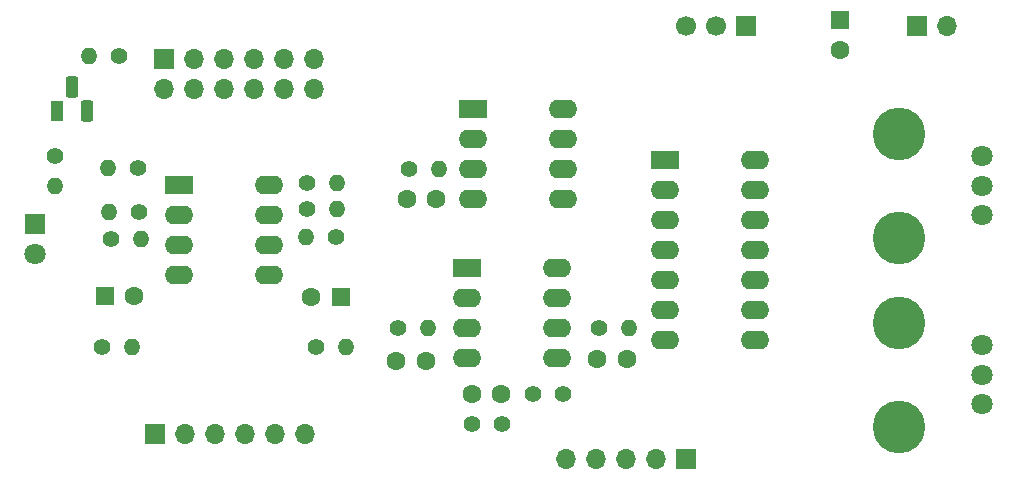
<source format=gts>
%TF.GenerationSoftware,KiCad,Pcbnew,9.0.3*%
%TF.CreationDate,2025-07-27T11:41:57+09:00*%
%TF.ProjectId,LFOSeparate,4c464f53-6570-4617-9261-74652e6b6963,rev?*%
%TF.SameCoordinates,Original*%
%TF.FileFunction,Soldermask,Top*%
%TF.FilePolarity,Negative*%
%FSLAX46Y46*%
G04 Gerber Fmt 4.6, Leading zero omitted, Abs format (unit mm)*
G04 Created by KiCad (PCBNEW 9.0.3) date 2025-07-27 11:41:57*
%MOMM*%
%LPD*%
G01*
G04 APERTURE LIST*
G04 Aperture macros list*
%AMRoundRect*
0 Rectangle with rounded corners*
0 $1 Rounding radius*
0 $2 $3 $4 $5 $6 $7 $8 $9 X,Y pos of 4 corners*
0 Add a 4 corners polygon primitive as box body*
4,1,4,$2,$3,$4,$5,$6,$7,$8,$9,$2,$3,0*
0 Add four circle primitives for the rounded corners*
1,1,$1+$1,$2,$3*
1,1,$1+$1,$4,$5*
1,1,$1+$1,$6,$7*
1,1,$1+$1,$8,$9*
0 Add four rect primitives between the rounded corners*
20,1,$1+$1,$2,$3,$4,$5,0*
20,1,$1+$1,$4,$5,$6,$7,0*
20,1,$1+$1,$6,$7,$8,$9,0*
20,1,$1+$1,$8,$9,$2,$3,0*%
G04 Aperture macros list end*
%ADD10C,1.600000*%
%ADD11R,1.600000X1.600000*%
%ADD12C,1.400000*%
%ADD13O,1.400000X1.400000*%
%ADD14R,1.700000X1.700000*%
%ADD15C,1.700000*%
%ADD16O,1.700000X1.700000*%
%ADD17R,2.400000X1.600000*%
%ADD18O,2.400000X1.600000*%
%ADD19R,1.800000X1.800000*%
%ADD20C,1.800000*%
%ADD21C,4.455000*%
%ADD22R,1.100000X1.800000*%
%ADD23RoundRect,0.275000X-0.275000X-0.625000X0.275000X-0.625000X0.275000X0.625000X-0.275000X0.625000X0*%
G04 APERTURE END LIST*
D10*
%TO.C,C3*%
X123917000Y-66304000D03*
X121417000Y-66304000D03*
%TD*%
D11*
%TO.C,C9*%
X116688000Y-60950000D03*
D10*
X114188000Y-60950000D03*
%TD*%
D12*
%TO.C,R5*%
X97220000Y-55997000D03*
D13*
X99760000Y-55997000D03*
%TD*%
D14*
%TO.C,J3*%
X151015000Y-37975000D03*
D15*
X148475000Y-37975000D03*
X145935000Y-37975000D03*
%TD*%
D14*
%TO.C,J5*%
X100965000Y-72517000D03*
D16*
X103505000Y-72517000D03*
X106045000Y-72517000D03*
X108585000Y-72517000D03*
X111125000Y-72517000D03*
X113665000Y-72517000D03*
%TD*%
D17*
%TO.C,IC3*%
X127874000Y-44968000D03*
D18*
X127874000Y-47508000D03*
X127874000Y-50048000D03*
X127874000Y-52588000D03*
X135494000Y-52588000D03*
X135494000Y-50048000D03*
X135494000Y-47508000D03*
X135494000Y-44968000D03*
%TD*%
D12*
%TO.C,R2*%
X138542000Y-63510000D03*
D13*
X141082000Y-63510000D03*
%TD*%
D19*
%TO.C,D2*%
X90800000Y-54760000D03*
D20*
X90800000Y-57300000D03*
%TD*%
D12*
%TO.C,R12*%
X97900000Y-40500000D03*
D13*
X95360000Y-40500000D03*
%TD*%
D12*
%TO.C,R11*%
X113857000Y-53500000D03*
D13*
X116397000Y-53500000D03*
%TD*%
D11*
%TO.C,C8*%
X96702000Y-60833000D03*
D10*
X99202000Y-60833000D03*
%TD*%
D12*
%TO.C,R1*%
X121524000Y-63510000D03*
D13*
X124064000Y-63510000D03*
%TD*%
D12*
%TO.C,R13*%
X92500000Y-49000000D03*
D13*
X92500000Y-51540000D03*
%TD*%
D12*
%TO.C,R6*%
X99660000Y-53711000D03*
D13*
X97120000Y-53711000D03*
%TD*%
D20*
%TO.C,VR1*%
X171000000Y-70000000D03*
X171000000Y-67500000D03*
X171000000Y-65000000D03*
D21*
X164000000Y-71900000D03*
X164000000Y-63100000D03*
%TD*%
D14*
%TO.C,J1*%
X145923000Y-74676000D03*
D16*
X143383000Y-74676000D03*
X140843000Y-74676000D03*
X138303000Y-74676000D03*
X135763000Y-74676000D03*
%TD*%
D17*
%TO.C,IC2*%
X127366000Y-58430000D03*
D18*
X127366000Y-60970000D03*
X127366000Y-63510000D03*
X127366000Y-66050000D03*
X134986000Y-66050000D03*
X134986000Y-63510000D03*
X134986000Y-60970000D03*
X134986000Y-58430000D03*
%TD*%
D22*
%TO.C,Q1*%
X92660000Y-45200000D03*
D23*
X93930000Y-43130000D03*
X95200000Y-45200000D03*
%TD*%
D12*
%TO.C,R9*%
X114619000Y-65141000D03*
D13*
X117159000Y-65141000D03*
%TD*%
D12*
%TO.C,R7*%
X99540000Y-50000000D03*
D13*
X97000000Y-50000000D03*
%TD*%
D12*
%TO.C,R14*%
X132980000Y-69100000D03*
X135520000Y-69100000D03*
%TD*%
%TO.C,R8*%
X113857000Y-51298000D03*
D13*
X116397000Y-51298000D03*
%TD*%
D17*
%TO.C,IC1*%
X144130000Y-49286000D03*
D18*
X144130000Y-51826000D03*
X144130000Y-54366000D03*
X144130000Y-56906000D03*
X144130000Y-59446000D03*
X144130000Y-61986000D03*
X144130000Y-64526000D03*
X151750000Y-64526000D03*
X151750000Y-61986000D03*
X151750000Y-59446000D03*
X151750000Y-56906000D03*
X151750000Y-54366000D03*
X151750000Y-51826000D03*
X151750000Y-49286000D03*
%TD*%
D10*
%TO.C,C5*%
X124806000Y-52588000D03*
X122306000Y-52588000D03*
%TD*%
D12*
%TO.C,R10*%
X116300000Y-55800000D03*
D13*
X113760000Y-55800000D03*
%TD*%
D12*
%TO.C,R15*%
X127800000Y-71700000D03*
X130340000Y-71700000D03*
%TD*%
D10*
%TO.C,C4*%
X138435000Y-66177000D03*
X140935000Y-66177000D03*
%TD*%
D20*
%TO.C,VR2*%
X171000000Y-54000000D03*
X171000000Y-51500000D03*
X171000000Y-49000000D03*
D21*
X164000000Y-55900000D03*
X164000000Y-47100000D03*
%TD*%
D12*
%TO.C,R4*%
X96458000Y-65151000D03*
D13*
X98998000Y-65151000D03*
%TD*%
D17*
%TO.C,U1*%
X102997000Y-51435000D03*
D18*
X102997000Y-53975000D03*
X102997000Y-56515000D03*
X102997000Y-59055000D03*
X110617000Y-59055000D03*
X110617000Y-56515000D03*
X110617000Y-53975000D03*
X110617000Y-51435000D03*
%TD*%
D10*
%TO.C,C12*%
X130300000Y-69100000D03*
X127800000Y-69100000D03*
%TD*%
D11*
%TO.C,C1*%
X159000000Y-37500000D03*
D10*
X159000000Y-40000000D03*
%TD*%
D14*
%TO.C,J4*%
X101727000Y-40767000D03*
D16*
X101727000Y-43307000D03*
X104267000Y-40767000D03*
X104267000Y-43307000D03*
X106807000Y-40767000D03*
X106807000Y-43307000D03*
X109347000Y-40767000D03*
X109347000Y-43307000D03*
X111887000Y-40767000D03*
X111887000Y-43307000D03*
X114427000Y-40767000D03*
X114427000Y-43307000D03*
%TD*%
D12*
%TO.C,R3*%
X122463000Y-50048000D03*
D13*
X125003000Y-50048000D03*
%TD*%
D14*
%TO.C,J2*%
X165460000Y-38000000D03*
D16*
X168000000Y-38000000D03*
%TD*%
M02*

</source>
